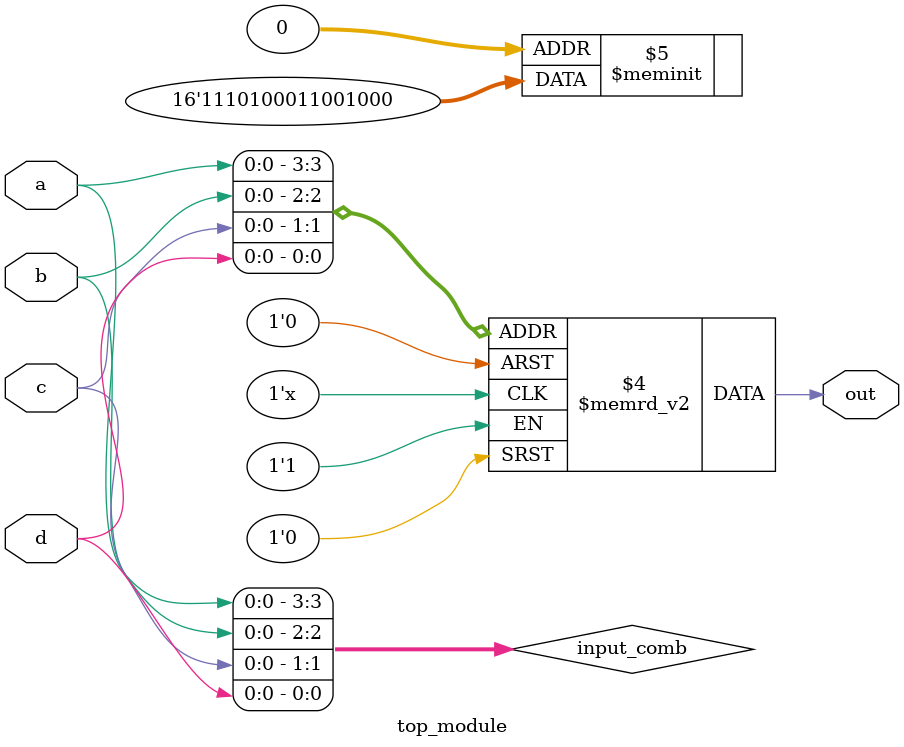
<source format=sv>
module top_module (
    input a, 
    input b,
    input c,
    input d,
    output reg out
);

// Input combination
reg [3:0] input_comb;

always @* begin
    // Combine the input bits into a 4-bit vector
    input_comb = {a, b, c, d};

    // Determine the output based on the input combination
    case(input_comb)
        4'b0000: out = 1'b0;
        4'b0001: out = 1'b0;
        4'b0010: out = 1'b0;
        4'b0011: out = 1'b1; // Corrected the output value for this combination
        4'b0100: out = 1'b0;
        4'b0101: out = 1'b0;
        4'b0110: out = 1'b1; // Corrected the output value for this combination
        4'b0111: out = 1'b1; // Corrected the output value for this combination
        4'b1000: out = 1'b0;
        4'b1001: out = 1'b0;
        4'b1010: out = 1'b0;
        4'b1011: out = 1'b1; // Corrected the output value for this combination
        4'b1100: out = 1'b0;
        4'b1101: out = 1'b1; // Corrected the output value for this combination
        4'b1110: out = 1'b1; // Corrected the output value for this combination
        4'b1111: out = 1'b1; // Corrected the output value for this combination
    endcase
end

endmodule

</source>
